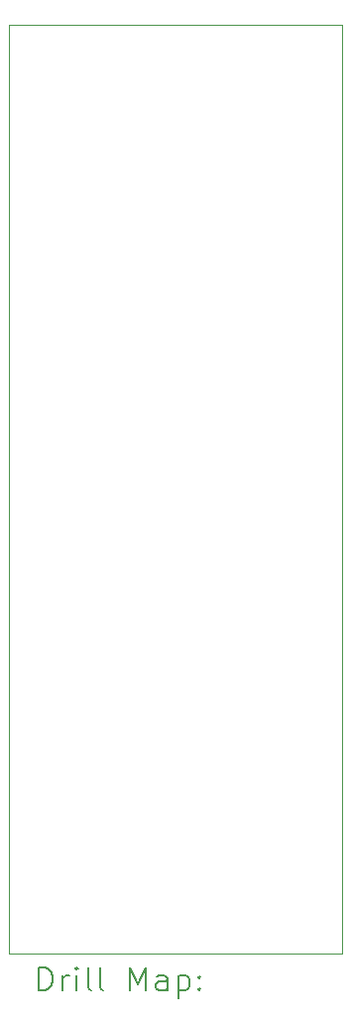
<source format=gbr>
%TF.GenerationSoftware,KiCad,Pcbnew,8.0.2*%
%TF.CreationDate,2024-09-16T20:19:00-04:00*%
%TF.ProjectId,servo_tester,73657276-6f5f-4746-9573-7465722e6b69,rev?*%
%TF.SameCoordinates,Original*%
%TF.FileFunction,Drillmap*%
%TF.FilePolarity,Positive*%
%FSLAX45Y45*%
G04 Gerber Fmt 4.5, Leading zero omitted, Abs format (unit mm)*
G04 Created by KiCad (PCBNEW 8.0.2) date 2024-09-16 20:19:00*
%MOMM*%
%LPD*%
G01*
G04 APERTURE LIST*
%ADD10C,0.100000*%
%ADD11C,0.200000*%
G04 APERTURE END LIST*
D10*
X10058400Y-3759200D02*
X12903200Y-3759200D01*
X12903200Y-11684000D01*
X10058400Y-11684000D01*
X10058400Y-3759200D01*
D11*
X10314177Y-12000484D02*
X10314177Y-11800484D01*
X10314177Y-11800484D02*
X10361796Y-11800484D01*
X10361796Y-11800484D02*
X10390367Y-11810008D01*
X10390367Y-11810008D02*
X10409415Y-11829055D01*
X10409415Y-11829055D02*
X10418939Y-11848103D01*
X10418939Y-11848103D02*
X10428463Y-11886198D01*
X10428463Y-11886198D02*
X10428463Y-11914769D01*
X10428463Y-11914769D02*
X10418939Y-11952865D01*
X10418939Y-11952865D02*
X10409415Y-11971912D01*
X10409415Y-11971912D02*
X10390367Y-11990960D01*
X10390367Y-11990960D02*
X10361796Y-12000484D01*
X10361796Y-12000484D02*
X10314177Y-12000484D01*
X10514177Y-12000484D02*
X10514177Y-11867150D01*
X10514177Y-11905246D02*
X10523701Y-11886198D01*
X10523701Y-11886198D02*
X10533224Y-11876674D01*
X10533224Y-11876674D02*
X10552272Y-11867150D01*
X10552272Y-11867150D02*
X10571320Y-11867150D01*
X10637986Y-12000484D02*
X10637986Y-11867150D01*
X10637986Y-11800484D02*
X10628463Y-11810008D01*
X10628463Y-11810008D02*
X10637986Y-11819531D01*
X10637986Y-11819531D02*
X10647510Y-11810008D01*
X10647510Y-11810008D02*
X10637986Y-11800484D01*
X10637986Y-11800484D02*
X10637986Y-11819531D01*
X10761796Y-12000484D02*
X10742748Y-11990960D01*
X10742748Y-11990960D02*
X10733224Y-11971912D01*
X10733224Y-11971912D02*
X10733224Y-11800484D01*
X10866558Y-12000484D02*
X10847510Y-11990960D01*
X10847510Y-11990960D02*
X10837986Y-11971912D01*
X10837986Y-11971912D02*
X10837986Y-11800484D01*
X11095129Y-12000484D02*
X11095129Y-11800484D01*
X11095129Y-11800484D02*
X11161796Y-11943341D01*
X11161796Y-11943341D02*
X11228462Y-11800484D01*
X11228462Y-11800484D02*
X11228462Y-12000484D01*
X11409415Y-12000484D02*
X11409415Y-11895722D01*
X11409415Y-11895722D02*
X11399891Y-11876674D01*
X11399891Y-11876674D02*
X11380843Y-11867150D01*
X11380843Y-11867150D02*
X11342748Y-11867150D01*
X11342748Y-11867150D02*
X11323701Y-11876674D01*
X11409415Y-11990960D02*
X11390367Y-12000484D01*
X11390367Y-12000484D02*
X11342748Y-12000484D01*
X11342748Y-12000484D02*
X11323701Y-11990960D01*
X11323701Y-11990960D02*
X11314177Y-11971912D01*
X11314177Y-11971912D02*
X11314177Y-11952865D01*
X11314177Y-11952865D02*
X11323701Y-11933817D01*
X11323701Y-11933817D02*
X11342748Y-11924293D01*
X11342748Y-11924293D02*
X11390367Y-11924293D01*
X11390367Y-11924293D02*
X11409415Y-11914769D01*
X11504653Y-11867150D02*
X11504653Y-12067150D01*
X11504653Y-11876674D02*
X11523701Y-11867150D01*
X11523701Y-11867150D02*
X11561796Y-11867150D01*
X11561796Y-11867150D02*
X11580843Y-11876674D01*
X11580843Y-11876674D02*
X11590367Y-11886198D01*
X11590367Y-11886198D02*
X11599891Y-11905246D01*
X11599891Y-11905246D02*
X11599891Y-11962388D01*
X11599891Y-11962388D02*
X11590367Y-11981436D01*
X11590367Y-11981436D02*
X11580843Y-11990960D01*
X11580843Y-11990960D02*
X11561796Y-12000484D01*
X11561796Y-12000484D02*
X11523701Y-12000484D01*
X11523701Y-12000484D02*
X11504653Y-11990960D01*
X11685605Y-11981436D02*
X11695129Y-11990960D01*
X11695129Y-11990960D02*
X11685605Y-12000484D01*
X11685605Y-12000484D02*
X11676082Y-11990960D01*
X11676082Y-11990960D02*
X11685605Y-11981436D01*
X11685605Y-11981436D02*
X11685605Y-12000484D01*
X11685605Y-11876674D02*
X11695129Y-11886198D01*
X11695129Y-11886198D02*
X11685605Y-11895722D01*
X11685605Y-11895722D02*
X11676082Y-11886198D01*
X11676082Y-11886198D02*
X11685605Y-11876674D01*
X11685605Y-11876674D02*
X11685605Y-11895722D01*
M02*

</source>
